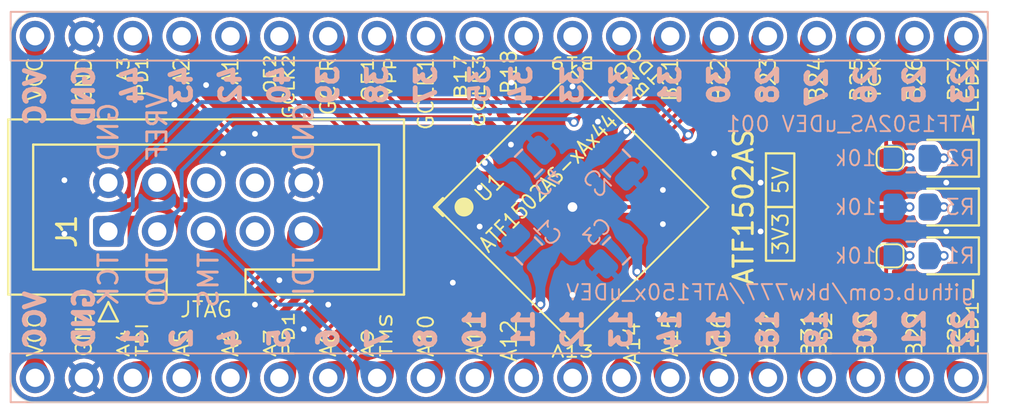
<source format=kicad_pcb>
(kicad_pcb (version 20240108) (generator "pcbnew") (generator_version "8.0")
  (title_block (title "ATF1502AS_uDEV") (date "2024-06-01") (rev "001") (company "Brian K. White") (comment 1 "CC-BY-SA") (comment 2 "github.com/bkw777/ATF150x_uDEV"))
  (layers (0 "F.Cu" signal) (31 "B.Cu" signal) (34 "B.Paste" user) (35 "F.Paste" user) (36 "B.SilkS" user "B.Silkscreen") (37 "F.SilkS" user "F.Silkscreen") (38 "B.Mask" user) (39 "F.Mask" user) (44 "Edge.Cuts" user))
  (net 0 "")
  (net 1 "GND")
  (net 2 "VCC")
  (net 6 "Net-(JP1-B)")
  (net 7 "Net-(JP2-B)")
  (net 8 "/B21")
  (net 9 "/B30")
  (net 10 "/A13")
  (net 11 "/A10")
  (net 12 "/B24")
  (net 13 "/A1")
  (net 14 "/A5")
  (net 15 "/A9{slash}TMS")
  (net 16 "/B28{slash}LED1")
  (net 17 "/B29")
  (net 18 "/A12")
  (net 19 "/A8")
  (net 20 "/A3{slash}PD1")
  (net 21 "/A4{slash}TDI")
  (net 22 "/B19")
  (net 23 "/B32")
  (net 24 "/B31{slash}PD2")
  (net 25 "/OE1{slash}Vpp")
  (net 26 "/GCLK1")
  (net 27 "/GCLR")
  (net 28 "/A16")
  (net 29 "/A6")
  (net 30 "/A7{slash}PD1")
  (net 31 "/A11")
  (net 32 "/OE2{slash}GCLK2")
  (net 33 "/A15")
  (net 34 "/B20{slash}TDO")
  (net 35 "/B25{slash}TCK")
  (net 36 "/B22")
  (net 37 "/A14")
  (net 38 "/B18")
  (net 39 "/B27{slash}LED2")
  (net 40 "/B23")
  (net 41 "/B17{slash}GCLK3")
  (net 42 "/B26")
  (net 43 "/A2")
  (net 44 "Net-(LED1-A)")
  (net 45 "Net-(LED2-A)")
  (net 46 "Net-(LED3-A)")
  (footprint "000_LOCAL:IDC-Header_2x05_P2.54mm_Vertical" (layer "F.Cu") (at 120.650003 101.599999 90)
    (property "Reference" "J1" (at 0 -2.159001 90) (layer "F.SilkS"))
    (property "Value" "Conn_02x05_Odd_Even")
    (pad "1" thru_hole roundrect (at 0 0 90) (size 1.6 1.6) (drill 0.95) (layers "*.Cu" "*.Mask") (roundrect_rratio 0.15625) (net 35 "/B25{slash}TCK"))
    (pad "2" thru_hole circle (at 2.54 0 90) (size 1.6 1.6) (drill 0.95) (layers "*.Cu" "*.Mask") (net 1 "GND"))
    (pad "3" thru_hole circle (at 0 2.54 90) (size 1.6 1.6) (drill 0.95) (layers "*.Cu" "*.Mask") (net 34 "/B20{slash}TDO"))
    (pad "4" thru_hole circle (at 2.54 2.54 90) (size 1.6 1.6) (drill 0.95) (layers "*.Cu" "*.Mask") (net 2 "VCC"))
    (pad "5" thru_hole circle (at 0 5.079999 90) (size 1.6 1.6) (drill 0.95) (layers "*.Cu" "*.Mask") (net 15 "/A9{slash}TMS"))
    (pad "6" thru_hole circle (at 2.54 5.08 90) (size 1.6 1.6) (drill 0.95) (layers "*.Cu" "*.Mask"))
    (pad "7" thru_hole circle (at 0 7.62 90) (size 1.6 1.6) (drill 0.95) (layers "*.Cu" "*.Mask"))
    (pad "8" thru_hole circle (at 2.54 7.62 90) (size 1.6 1.6) (drill 0.95) (layers "*.Cu" "*.Mask"))
    (pad "9" thru_hole circle (at 0 10.16 90) (size 1.6 1.6) (drill 0.95) (layers "*.Cu" "*.Mask") (net 21 "/A4{slash}TDI"))
    (pad "10" thru_hole circle (at 2.54 10.16 90) (size 1.6 1.6) (drill 0.95) (layers "*.Cu" "*.Mask") (net 1 "GND"))
  )
  (footprint "000_LOCAL:LED_0805" (layer "F.Cu") (at 164.225002 97.789999 180)
    (property "Reference" "LED2" (hide yes))
    (property "Value" "GRN" (hide yes))
    (pad "1" smd roundrect (at -0.937501 0 180) (size 0.975 1.4) (layers "F.Cu" "F.Paste" "F.Mask") (net 1 "GND"))
    (pad "2" smd roundrect (at 0.937501 0 180) (size 0.975 1.4) (layers "F.Cu" "F.Paste" "F.Mask") (net 45 "Net-(LED2-A)"))
  )
  (footprint "000_LOCAL:LED_0805" (layer "F.Cu") (at 164.225001 100.329999 180)
    (property "Reference" "LED3" (hide yes))
    (property "Value" "POWER" (hide yes))
    (pad "1" smd roundrect (at -0.937501 0 180) (size 0.975 1.4) (layers "F.Cu" "F.Paste" "F.Mask") (net 1 "GND"))
    (pad "2" smd roundrect (at 0.937501 0 180) (size 0.975 1.4) (layers "F.Cu" "F.Paste" "F.Mask") (net 46 "Net-(LED3-A)"))
  )
  (footprint "000_LOCAL:VQFP44" (layer "F.Cu") (at 144.780003 100.329999 45)
    (property "Reference" "U1" (at -2.334867 -3.771708 45) (layer "F.SilkS") (effects (font (size 0.8 0.8) (thickness 0.1))))
    (property "Value" "ATF1502AS-xAx44" (at 0 -1.778 45) (layer "F.SilkS") (effects (font (size 0.8 0.7) (thickness 0.1))))
    (pad "1" smd roundrect (at -5.75 -4 135) (size 0.4572 0.8636) (layers "F.Cu" "F.Paste" "F.Mask") (net 21 "/A4{slash}TDI"))
    (pad "2" smd roundrect (at -5.75 -3.2 135) (size 0.4572 0.8636) (layers "F.Cu" "F.Paste" "F.Mask") (net 14 "/A5"))
    (pad "3" smd roundrect (at -5.75 -2.4 135) (size 0.4572 0.8636) (layers "F.Cu" "F.Paste" "F.Mask") (net 29 "/A6"))
    (pad "4" smd roundrect (at -5.75 -1.6 135) (size 0.4572 0.8636) (layers "F.Cu" "F.Paste" "F.Mask") (net 1 "GND"))
    (pad "5" smd roundrect (at -5.75 -0.799999 135) (size 0.4572 0.8636) (layers "F.Cu" "F.Paste" "F.Mask") (net 30 "/A7{slash}PD1"))
    (pad "6" smd roundrect (at -5.75 0 135) (size 0.4572 0.8636) (layers "F.Cu" "F.Paste" "F.Mask") (net 19 "/A8"))
    (pad "7" smd roundrect (at -5.75 0.799999 135) (size 0.4572 0.8636) (layers "F.Cu" "F.Paste" "F.Mask") (net 15 "/A9{slash}TMS"))
    (pad "8" smd roundrect (at -5.75 1.6 135) (size 0.4572 0.8636) (layers "F.Cu" "F.Paste" "F.Mask") (net 11 "/A10"))
    (pad "9" smd roundrect (at -5.75 2.4 135) (size 0.4572 0.8636) (layers "F.Cu" "F.Paste" "F.Mask") (net 2 "VCC"))
    (pad "10" smd roundrect (at -5.75 3.2 135) (size 0.4572 0.8636) (layers "F.Cu" "F.Paste" "F.Mask") (net 31 "/A11"))
    (pad "11" smd roundrect (at -5.75 4 135) (size 0.4572 0.8636) (layers "F.Cu" "F.Paste" "F.Mask") (net 18 "/A12"))
    (pad "12" smd roundrect (at -4 5.75 45) (size 0.4572 0.8636) (layers "F.Cu" "F.Paste" "F.Mask") (net 10 "/A13"))
    (pad "13" smd roundrect (at -3.2 5.75 45) (size 0.4572 0.8636) (layers "F.Cu" "F.Paste" "F.Mask") (net 37 "/A14"))
    (pad "14" smd roundrect (at -2.4 5.75 45) (size 0.4572 0.8636) (layers "F.Cu" "F.Paste" "F.Mask") (net 33 "/A15"))
    (pad "15" smd roundrect (at -1.6 5.75 45) (size 0.4572 0.8636) (layers "F.Cu" "F.Paste" "F.Mask") (net 28 "/A16"))
    (pad "16" smd roundrect (at -0.799999 5.75 45) (size 0.4572 0.8636) (layers "F.Cu" "F.Paste" "F.Mask") (net 1 "GND"))
    (pad "17" smd roundrect (at 0 5.75 45) (size 0.4572 0.8636) (layers "F.Cu" "F.Paste" "F.Mask") (net 2 "VCC"))
    (pad "18" smd roundrect (at 0.799999 5.75 45) (size 0.4572 0.8636) (layers "F.Cu" "F.Paste" "F.Mask") (net 23 "/B32"))
    (pad "19" smd roundrect (at 1.6 5.75 45) (size 0.4572 0.8636) (layers "F.Cu" "F.Paste" "F.Mask") (net 24 "/B31{slash}PD2"))
    (pad "20" smd roundrect (at 2.4 5.75 45) (size 0.4572 0.8636) (layers "F.Cu" "F.Paste" "F.Mask") (net 9 "/B30"))
    (pad "21" smd roundrect (at 3.2 5.75 45) (size 0.4572 0.8636) (layers "F.Cu" "F.Paste" "F.Mask") (net 17 "/B29"))
    (pad "22" smd roundrect (at 4 5.75 45) (size 0.4572 0.8636) (layers "F.Cu" "F.Paste" "F.Mask") (net 16 "/B28{slash}LED1"))
    (pad "23" smd roundrect (at 5.75 4 135) (size 0.4572 0.8636) (layers "F.Cu" "F.Paste" "F.Mask") (net 39 "/B27{slash}LED2"))
    (pad "24" smd roundrect (at 5.75 3.2 135) (size 0.4572 0.8636) (layers "F.Cu" "F.Paste" "F.Mask") (net 1 "GND"))
    (pad "25" smd roundrect (at 5.75 2.4 135) (size 0.4572 0.8636) (layers "F.Cu" "F.Paste" "F.Mask") (net 42 "/B26"))
    (pad "26" smd roundrect (at 5.75 1.6 135) (size 0.4572 0.8636) (layers "F.Cu" "F.Paste" "F.Mask") (net 35 "/B25{slash}TCK"))
    (pad "27" smd roundrect (at 5.75 0.799999 135) (size 0.4572 0.8636) (layers "F.Cu" "F.Paste" "F.Mask") (net 12 "/B24"))
    (pad "28" smd roundrect (at 5.75 0 135) (size 0.4572 0.8636) (layers "F.Cu" "F.Paste" "F.Mask") (net 40 "/B23"))
    (pad "29" smd roundrect (at 5.75 -0.799999 135) (size 0.4572 0.8636) (layers "F.Cu" "F.Paste" "F.Mask") (net 2 "VCC"))
    (pad "30" smd roundrect (at 5.75 -1.6 135) (size 0.4572 0.8636) (layers "F.Cu" "F.Paste" "F.Mask") (net 36 "/B22"))
    (pad "31" smd roundrect (at 5.75 -2.4 135) (size 0.4572 0.8636) (layers "F.Cu" "F.Paste" "F.Mask") (net 8 "/B21"))
    (pad "32" smd roundrect (at 5.75 -3.2 135) (size 0.4572 0.8636) (layers "F.Cu" "F.Paste" "F.Mask") (net 34 "/B20{slash}TDO"))
    (pad "33" smd roundrect (at 5.75 -4 135) (size 0.4572 0.8636) (layers "F.Cu" "F.Paste" "F.Mask") (net 22 "/B19"))
    (pad "34" smd roundrect (at 4 -5.75 45) (size 0.4572 0.8636) (layers "F.Cu" "F.Paste" "F.Mask") (net 38 "/B18"))
    (pad "35" smd roundrect (at 3.2 -5.75 45) (size 0.4572 0.8636) (layers "F.Cu" "F.Paste" "F.Mask") (net 41 "/B17{slash}GCLK3"))
    (pad "36" smd roundrect (at 2.4 -5.75 45) (size 0.4572 0.8636) (layers "F.Cu" "F.Paste" "F.Mask") (net 1 "GND"))
    (pad "37" smd roundrect (at 1.6 -5.75 45) (size 0.4572 0.8636) (layers "F.Cu" "F.Paste" "F.Mask") (net 26 "/GCLK1"))
    (pad "38" smd roundrect (at 0.799999 -5.75 45) (size 0.4572 0.8636) (layers "F.Cu" "F.Paste" "F.Mask") (net 25 "/OE1{slash}Vpp"))
    (pad "39" smd roundrect (at 0 -5.75 45) (size 0.4572 0.8636) (layers "F.Cu" "F.Paste" "F.Mask") (net 27 "/GCLR"))
    (pad "40" smd roundrect (at -0.799999 -5.75 45) (size 0.4572 0.8636) (layers "F.Cu" "F.Paste" "F.Mask") (net 32 "/OE2{slash}GCLK2"))
    (pad "41" smd roundrect (at -1.6 -5.75 45) (size 0.4572 0.8636) (layers "F.Cu" "F.Paste" "F.Mask") (net 2 "VCC"))
    (pad "42" smd roundrect (at -2.4 -5.75 45) (size 0.4572 0.8636) (layers "F.Cu" "F.Paste" "F.Mask") (net 13 "/A1"))
    (pad "43" smd roundrect (at -3.2 -5.75 45) (size 0.4572 0.8636) (layers "F.Cu" "F.Paste" "F.Mask") (net 43 "/A2"))
    (pad "44" smd roundrect (at -4 -5.75 45) (size 0.4572 0.8636) (layers "F.Cu" "F.Paste" "F.Mask") (net 20 "/A3{slash}PD1"))
  )
  (footprint "000_LOCAL:SolderJumper_1mm_2p_open" (layer "F.Cu") (at 161.290003 102.869999)
    (property "Reference" "JP1" (hide yes))
    (property "Value" "DNP")
    (pad "1" smd custom (at -0.349999 0) (size 0.5 0.5) (layers "F.Cu" "F.Mask") (net 16 "/B28{slash}LED1") (options (clearance outline) (anchor rect)) (primitives (gr_circle (center 0 0.25) (end 0.25 0.25) (width 0) (fill yes)) (gr_circle (center 0 -0.25) (end 0.25 -0.25) (width 0) (fill yes)) (gr_poly (pts (xy 0.25 0.5) (xy 0 0.5) (xy 0 -0.5) (xy 0.25 -0.5)) (width 0) (fill yes))))
    (pad "2" smd custom (at 0.349999 0 180) (size 0.5 0.5) (layers "F.Cu" "F.Mask") (net 6 "Net-(JP1-B)") (options (clearance outline) (anchor rect)) (primitives (gr_circle (center 0 0.25) (end 0.25 0.25) (width 0) (fill yes)) (gr_circle (center 0 -0.25) (end 0.25 -0.25) (width 0) (fill yes)) (gr_poly (pts (xy 0.25 0.5) (xy 0 0.5) (xy 0 -0.5) (xy 0.25 -0.5)) (width 0) (fill yes))))
  )
  (footprint "000_LOCAL:SolderJumper_1mm_2p_open" (layer "F.Cu") (at 161.29 97.79)
    (property "Reference" "JP2" (hide yes))
    (property "Value" "DNP")
    (pad "1" smd custom (at -0.349999 0) (size 0.5 0.5) (layers "F.Cu" "F.Mask") (net 39 "/B27{slash}LED2") (options (clearance outline) (anchor rect)) (primitives (gr_circle (center 0 0.25) (end 0.25 0.25) (width 0) (fill yes)) (gr_circle (center 0 -0.25) (end 0.25 -0.25) (width 0) (fill yes)) (gr_poly (pts (xy 0.25 0.5) (xy 0 0.5) (xy 0 -0.5) (xy 0.25 -0.5)) (width 0) (fill yes))))
    (pad "2" smd custom (at 0.349999 0 180) (size 0.5 0.5) (layers "F.Cu" "F.Mask") (net 7 "Net-(JP2-B)") (options (clearance outline) (anchor rect)) (primitives (gr_circle (center 0 0.25) (end 0.25 0.25) (width 0) (fill yes)) (gr_circle (center 0 -0.25) (end 0.25 -0.25) (width 0) (fill yes)) (gr_poly (pts (xy 0.25 0.5) (xy 0 0.5) (xy 0 -0.5) (xy 0.25 -0.5)) (width 0) (fill yes))))
  )
  (footprint "000_LOCAL:LED_0805" (layer "F.Cu") (at 164.225001 102.869999 180)
    (property "Reference" "LED1" (hide yes))
    (property "Value" "GRN" (hide yes))
    (pad "1" smd roundrect (at -0.937501 0 180) (size 0.975 1.4) (layers "F.Cu" "F.Paste" "F.Mask") (net 1 "GND"))
    (pad "2" smd roundrect (at 0.937501 0 180) (size 0.975 1.4) (layers "F.Cu" "F.Paste" "F.Mask") (net 44 "Net-(LED1-A)"))
  )
  (footprint "000_LOCAL:PinHeader_1x20_P2.54mm_Vertical" (layer "B.Cu") (at 116.840003 91.439999 -90)
    (property "Reference" "J3" (hide yes))
    (property "Value" "VERT")
    (pad "1" thru_hole circle (at 0 0 270) (size 1.6 1.6) (drill 0.95) (layers "*.Cu" "*.Mask") (net 2 "VCC"))
    (pad "2" thru_hole circle (at 0 -2.54 270) (size 1.6 1.6) (drill 0.95) (layers "*.Cu" "*.Mask") (net 1 "GND"))
    (pad "3" thru_hole circle (at 0 -5.08 270) (size 1.6 1.6) (drill 0.95) (layers "*.Cu" "*.Mask") (net 20 "/A3{slash}PD1"))
    (pad "4" thru_hole circle (at 0 -7.62 270) (size 1.6 1.6) (drill 0.95) (layers "*.Cu" "*.Mask") (net 43 "/A2"))
    (pad "5" thru_hole circle (at 0 -10.16 270) (size 1.6 1.6) (drill 0.95) (layers "*.Cu" "*.Mask") (net 13 "/A1"))
    (pad "6" thru_hole circle (at 0 -12.7 270) (size 1.6 1.6) (drill 0.95) (layers "*.Cu" "*.Mask") (net 32 "/OE2{slash}GCLK2"))
    (pad "7" thru_hole circle (at 0 -15.24 270) (size 1.6 1.6) (drill 0.95) (layers "*.Cu" "*.Mask") (net 27 "/GCLR"))
    (pad "8" thru_hole circle (at 0 -17.78 270) (size 1.6 1.6) (drill 0.95) (layers "*.Cu" "*.Mask") (net 25 "/OE1{slash}Vpp"))
    (pad "9" thru_hole circle (at 0 -20.32 270) (size 1.6 1.6) (drill 0.95) (layers "*.Cu" "*.Mask") (net 26 "/GCLK1"))
    (pad "10" thru_hole circle (at 0 -22.86 270) (size 1.6 1.6) (drill 0.95) (layers "*.Cu" "*.Mask") (net 41 "/B17{slash}GCLK3"))
    (pad "11" thru_hole circle (at 0 -25.4 270) (size 1.6 1.6) (drill 0.95) (layers "*.Cu" "*.Mask") (net 38 "/B18"))
    (pad "12" thru_hole circle (at 0 -27.94 270) (size 1.6 1.6) (drill 0.95) (layers "*.Cu" "*.Mask") (net 22 "/B19"))
    (pad "13" thru_hole circle (at 0 -30.48 270) (size 1.6 1.6) (drill 0.95) (layers "*.Cu" "*.Mask") (net 34 "/B20{slash}TDO"))
    (pad "14" thru_hole circle (at 0 -33.02 270) (size 1.6 1.6) (drill 0.95) (layers "*.Cu" "*.Mask") (net 8 "/B21"))
    (pad "15" thru_hole circle (at 0 -35.56 270) (size 1.6 1.6) (drill 0.95) (layers "*.Cu" "*.Mask") (net 36 "/B22"))
    (pad "16" thru_hole circle (at 0 -38.1 270) (size 1.6 1.6) (drill 0.95) (layers "*.Cu" "*.Mask") (net 40 "/B23"))
    (pad "17" thru_hole circle (at 0 -40.64 270) (size 1.6 1.6) (drill 0.95) (layers "*.Cu" "*.Mask") (net 12 "/B24"))
    (pad "18" thru_hole circle (at 0 -43.18 270) (size 1.6 1.6) (drill 0.95) (layers "*.Cu" "*.Mask") (net 35 "/B25{slash}TCK"))
    (pad "19" thru_hole circle (at 0 -45.72 270) (size 1.6 1.6) (drill 0.95) (layers "*.Cu" "*.Mask") (net 42 "/B26"))
    (pad "20" thru_hole circle (at 0 -48.26 270) (size 1.6 1.6) (drill 0.95) (layers "*.Cu" "*.Mask") (net 39 "/B27{slash}LED2"))
  )
  (footprint "000_LOCAL:C_0805" (layer "B.Cu") (at 147.066003 98.043999 -45)
    (property "Reference" "C2" (at 0 1.397 135) (layer "B.SilkS") (effects (font (size 0.8 0.8) (thickness 0.1)) (justify mirror)))
    (property "Value" "1u" (hide yes))
    (pad "1" smd roundrect (at -0.949999 0 315) (size 1 1.45) (layers "B.Cu" "B.Paste" "B.Mask") (net 2 "VCC"))
    (pad "2" smd roundrect (at 0.949999 0 315) (size 1 1.45) (layers "B.Cu" "B.Paste" "B.Mask") (net 1 "GND"))
  )
  (footprint "000_LOCAL:C_0805" (layer "B.Cu") (at 147.066003 102.615999 -135)
    (property "Reference" "C3" (at 0 1.397 45) (layer "B.SilkS") (effects (font (size 0.8 0.8) (thickness 0.1)) (justify mirror)))
    (property "Value" "1u" (hide yes))
    (pad "1" smd roundrect (at -0.949999 0 225) (size 1 1.45) (layers "B.Cu" "B.Paste" "B.Mask") (net 2 "VCC"))
    (pad "2" smd roundrect (at 0.949999 0 225) (size 1 1.45) (layers "B.Cu" "B.Paste" "B.Mask") (net 1 "GND"))
  )
  (footprint "000_LOCAL:PinHeader_1x20_P2.54mm_Vertical" (layer "B.Cu") (at 116.840001 109.219999 -90)
    (property "Reference" "J2" (hide yes))
    (property "Value" "VERT")
    (pad "1" thru_hole circle (at 0 0 270) (size 1.6 1.6) (drill 0.95) (layers "*.Cu" "*.Mask") (net 2 "VCC"))
    (pad "2" thru_hole circle (at 0 -2.54 270) (size 1.6 1.6) (drill 0.95) (layers "*.Cu" "*.Mask") (net 1 "GND"))
    (pad "3" thru_hole circle (at 0 -5.08 270) (size 1.6 1.6) (drill 0.95) (layers "*.Cu" "*.Mask") (net 21 "/A4{slash}TDI"))
    (pad "4" thru_hole circle (at 0 -7.62 270) (size 1.6 1.6) (drill 0.95) (layers "*.Cu" "*.Mask") (net 14 "/A5"))
    (pad "5" thru_hole circle (at 0 -10.16 270) (size 1.6 1.6) (drill 0.95) (layers "*.Cu" "*.Mask") (net 29 "/A6"))
    (pad "6" thru_hole circle (at 0 -12.7 270) (size 1.6 1.6) (drill 0.95) (layers "*.Cu" "*.Mask") (net 30 "/A7{slash}PD1"))
    (pad "7" thru_hole circle (at 0 -15.24 270) (size 1.6 1.6) (drill 0.95) (layers "*.Cu" "*.Mask") (net 19 "/A8"))
    (pad "8" thru_hole circle (at 0 -17.78 270) (size 1.6 1.6) (drill 0.95) (layers "*.Cu" "*.Mask") (net 15 "/A9{slash}TMS"))
    (pad "9" thru_hole circle (at 0 -20.32 270) (size 1.6 1.6) (drill 0.95) (layers "*.Cu" "*.Mask") (net 11 "/A10"))
    (pad "10" thru_hole circle (at 0 -22.86 270) (size 1.6 1.6) (drill 0.95) (layers "*.Cu" "*.Mask") (net 31 "/A11"))
    (pad "11" thru_hole circle (at 0 -25.4 270) (size 1.6 1.6) (drill 0.95) (layers "*.Cu" "*.Mask") (net 18 "/A12"))
    (pad "12" thru_hole circle (at 0 -27.94 270) (size 1.6 1.6) (drill 0.95) (layers "*.Cu" "*.Mask") (net 10 "/A13"))
    (pad "13" thru_hole circle (at 0 -30.48 270) (size 1.6 1.6) (drill 0.95) (layers "*.Cu" "*.Mask") (net 37 "/A14"))
    (pad "14" thru_hole circle (at 0 -33.02 270) (size 1.6 1.6) (drill 0.95) (layers "*.Cu" "*.Mask") (net 33 "/A15"))
    (pad "15" thru_hole circle (at 0 -35.56 270) (size 1.6 1.6) (drill 0.95) (layers "*.Cu" "*.Mask") (net 28 "/A16"))
    (pad "16" thru_hole circle (at 0 -38.1 270) (size 1.6 1.6) (drill 0.95) (layers "*.Cu" "*.Mask") (net 23 "/B32"))
    (pad "17" thru_hole circle (at 0 -40.64 270) (size 1.6 1.6) (drill 0.95) (layers "*.Cu" "*.Mask") (net 24 "/B31{slash}PD2"))
    (pad "18" thru_hole circle (at 0 -43.18 270) (size 1.6 1.6) (drill 0.95) (layers "*.Cu" "*.Mask") (net 9 "/B30"))
    (pad "19" thru_hole circle (at 0 -45.72 270) (size 1.6 1.6) (drill 0.95) (layers "*.Cu" "*.Mask") (net 17 "/B29"))
    (pad "20" thru_hole circle (at 0 -48.26 270) (size 1.6 1.6) (drill 0.95) (layers "*.Cu" "*.Mask") (net 16 "/B28{slash}LED1"))
  )
  (footprint "000_LOCAL:R_0805" (layer "B.Cu") (at 162.375 102.869999)
    (property "Reference" "R1" (at 1.709003 0 0) (layer "B.SilkS") (effects (font (size 0.8 0.8) (thickness 0.1)) (justify right mirror)))
    (property "Value" "10k" (at -1.719997 0 0) (layer "B.SilkS") (effects (font (size 0.8 0.8) (thickness 0.1)) (justify left mirror)))
    (pad "1" smd roundrect (at -0.9125 0) (size 1.025 1.4) (layers "B.Cu" "B.Paste" "B.Mask") (roundrect_rratio 0.243902) (net 6 "Net-(JP1-B)"))
    (pad "2" smd roundrect (at 0.9125 0) (size 1.025 1.4) (layers "B.Cu" "B.Paste" "B.Mask") (roundrect_rratio 0.243902) (net 44 "Net-(LED1-A)"))
  )
  (footprint "000_LOCAL:C_0805" (layer "B.Cu") (at 142.494002 98.043999 45)
    (property "Reference" "C4" (at 0 1.397 -135) (layer "B.SilkS") (effects (font (size 0.8 0.8) (thickness 0.1)) (justify mirror)))
    (property "Value" "1u" (hide yes))
    (pad "1" smd roundrect (at -0.949999 0 45) (size 1 1.45) (layers "B.Cu" "B.Paste" "B.Mask") (net 2 "VCC"))
    (pad "2" smd roundrect (at 0.949999 0 45) (size 1 1.45) (layers "B.Cu" "B.Paste" "B.Mask") (net 1 "GND"))
  )
  (footprint "000_LOCAL:R_0805" (layer "B.Cu") (at 162.374998 97.789999)
    (property "Reference" "R2" (at 1.709005 0 0) (layer "B.SilkS") (effects (font (size 0.8 0.8) (thickness 0.1)) (justify right mirror)))
    (property "Value" "10k" (at -1.719995 0 0) (layer "B.SilkS") (effects (font (size 0.8 0.8) (thickness 0.1)) (justify left mirror)))
    (pad "1" smd roundrect (at -0.9125 0) (size 1.025 1.4) (layers "B.Cu" "B.Paste" "B.Mask") (roundrect_rratio 0.243902) (net 7 "Net-(JP2-B)"))
    (pad "2" smd roundrect (at 0.9125 0) (size 1.025 1.4) (layers "B.Cu" "B.Paste" "B.Mask") (roundrect_rratio 0.243902) (net 45 "Net-(LED2-A)"))
  )
  (footprint "000_LOCAL:R_0805" (layer "B.Cu") (at 162.375 100.329999)
    (property "Reference" "R3" (at 1.709003 0 0) (layer "B.SilkS") (effects (font (size 0.8 0.8) (thickness 0.1)) (justify right mirror)))
    (property "Value" "10k" (at -1.719997 0 0) (layer "B.SilkS") (effects (font (size 0.8 0.8) (thickness 0.1)) (justify left mirror)))
    (pad "1" smd roundrect (at -0.9125 0) (size 1.025 1.4) (layers "B.Cu" "B.Paste" "B.Mask") (roundrect_rratio 0.243902) (net 2 "VCC"))
    (pad "2" smd roundrect (at 0.9125 0) (size 1.025 1.4) (layers "B.Cu" "B.Paste" "B.Mask") (roundrect_rratio 0.243902) (net 46 "Net-(LED3-A)"))
  )
  (footprint "000_LOCAL:C_0805" (layer "B.Cu") (at 142.494003 102.615999 135)
    (property "Reference" "C1" (at 0 1.397 -45) (layer "B.SilkS") (effects (font (size 0.8 0.8) (thickness 0.1)) (justify mirror)))
    (property "Value" "1u" (hide yes))
    (pad "1" smd roundrect (at -0.949999 0 135) (size 1 1.45) (layers "B.Cu" "B.Paste" "B.Mask") (net 2 "VCC"))
    (pad "2" smd roundrect (at 0.949999 0 135) (size 1 1.45) (layers "B.Cu" "B.Paste" "B.Mask") (net 1 "GND"))
  )
  (gr_poly (pts (xy 144.769877 102.87) (xy 142.239999 100.329999) (xy 144.769878 97.79) (xy 147.319998 100.33)) (stroke (width 0.6)) (fill solid) (layer "B.Cu") (net 2))
  (gr_line (start 165.608 95.631) (end 165.608 96.52) (stroke (width 0.12)) (layer "F.SilkS"))
  (gr_line (start 165.607998 105.029) (end 165.607998 104.14) (stroke (width 0.12)) (layer "F.SilkS"))
  (gr_rect (start 154.8384 100.33) (end 156.3116 103.124) (stroke (width 0.12)) (fill none) (layer "F.SilkS"))
  (gr_rect (start 154.8384 97.536) (end 156.3116 100.33) (stroke (width 0.12)) (fill none) (layer "F.SilkS"))
  (gr_arc (start 166.370001 109.22) (mid 165.998026 110.118027) (end 165.099998 110.490001) (stroke (width 0.05)) (layer "Edge.Cuts"))
  (gr_line (start 115.569999 109.22) (end 115.569999 91.440001) (stroke (width 0.05)) (layer "Edge.Cuts"))
  (gr_line (start 116.84 90.169999) (end 165.099998 90.169999) (stroke (width 0.05)) (layer "Edge.Cuts"))
  (gr_arc (start 165.099998 90.169999) (mid 165.998024 90.541974) (end 166.369999 91.440001) (stroke (width 0.05)) (layer "Edge.Cuts"))
  (gr_line (start 166.369999 91.440001) (end 166.369999 109.22) (stroke (width 0.05)) (layer "Edge.Cuts"))
  (gr_arc (start 115.569999 91.439999) (mid 115.941973 90.541974) (end 116.839998 90.169999) (stroke (width 0.05)) (layer "Edge.Cuts"))
  (gr_line (start 165.099999 110.49) (end 116.839999 110.49) (stroke (width 0.05)) (layer "Edge.Cuts"))
  (gr_arc (start 116.84 110.490001) (mid 115.941972 110.118027) (end 115.569999 109.22) (stroke (width 0.05)) (layer "Edge.Cuts"))
  (gr_text "GND" (at 119.379998 107.822999 90) (layer "B.SilkS") (effects (font (size 1.016 1.016) (thickness 0.254)) (justify right mirror)))
  (gr_text "10" (at 139.7 107.822999 90) (layer "B.SilkS") (effects (font (size 1.016 1.016) (thickness 0.254)) (justify right mirror)))
  (gr_text "1" (at 121.92 107.823 90) (layer "B.SilkS") (effects (font (size 1.016 1.016) (thickness 0.254)) (justify right mirror)))
  (gr_text "22" (at 165.099998 107.822999 90) (layer "B.SilkS") (effects (font (size 1.016 1.016) (thickness 0.254)) (justify right mirror)))
  (gr_text "7" (at 134.62 107.823 90) (layer "B.SilkS") (effects (font (size 1.016 1.016) (thickness 0.254)) (justify right mirror)))
  (gr_text "14" (at 149.859998 107.823 90) (layer "B.SilkS") (effects (font (size 1.016 1.016) (thickness 0.254)) (justify right mirror)))
  (gr_text "13" (at 147.319998 107.823 90) (layer "B.SilkS") (effects (font (size 1.016 1.016) (thickness 0.254)) (justify right mirror)))
  (gr_text "12" (at 144.78 107.823 90) (layer "B.SilkS") (effects (font (size 1.016 1.016) (thickness 0.254)) (justify right mirror)))
  (gr_text "2" (at 124.46 107.823 90) (layer "B.SilkS") (effects (font (size 1.016 1.016) (thickness 0.254)) (justify right mirror)))
  (gr_text "5" (at 129.54 107.822999 90) (layer "B.SilkS") (effects (font (size 1.016 1.016) (thickness 0.254)) (justify right mirror)))
  (gr_text "8" (at 137.159998 107.823 90) (layer "B.SilkS") (effects (font (size 1.016 1.016) (thickness 0.254)) (justify right mirror)))
  (gr_text "18" (at 154.94 107.823 90) (layer "B.SilkS") (effects (font (size 1.016 1.016) (thickness 0.254)) (justify right mirror)))
  (gr_text "6" (at 132.08 107.823 90) (layer "B.SilkS") (effects (font (size 1.016 1.016) (thickness 0.254)) (justify right mirror)))
  (gr_text "19" (at 157.48 107.823 90) (layer "B.SilkS") (effects (font (size 1.016 1.016) (thickness 0.254)) (justify right mirror)))
  (gr_text "21" (at 162.56 107.822999 90) (layer "B.SilkS") (effects (font (size 1.016 1.016) (thickness 0.254)) (justify right mirror)))
  (gr_text "20" (at 160.019998 107.823 90) (layer "B.SilkS") (effects (font (size 1.016 1.016) (thickness 0.254)) (justify right mirror)))
  (gr_text "VCC" (at 116.84 107.822999 90) (layer "B.SilkS") (effects (font (size 1.016 1.016) (thickness 0.254)) (justify right mirror)))
  (gr_text "11" (at 142.239998 107.822999 90) (layer "B.SilkS") (effects (font (size 1.016 1.016) (thickness 0.254)) (justify right mirror)))
  (gr_text "15" (at 152.4 107.822999 90) (layer "B.SilkS") (effects (font (size 1.016 1.016) (thickness 0.254)) (justify right mirror)))
  (gr_text "43" (at 124.46 92.837 90) (layer "B.SilkS") (effects (font (size 1.016 1.016) (thickness 0.254)) (justify left mirror)))
  (gr_text "31" (at 149.859999 92.837 90) (layer "B.SilkS") (effects (font (size 1.016 1.016) (thickness 0.254)) (justify left mirror)))
  (gr_text "33" (at 144.779998 92.837 90) (layer "B.SilkS") (effects (font (size 1.016 1.016) (thickness 0.254)) (justify left mirror)))
  (gr_text "28" (at 154.939999 92.837 90) (layer "B.SilkS") (effects (font (size 1.016 1.016) (thickness 0.254)) (justify left mirror)))
  (gr_text "26" (at 160.019999 92.837 90) (layer "B.SilkS") (effects (font (size 1.016 1.016) (thickness 0.254)) (justify left mirror)))
  (gr_text "VCC" (at 116.84 92.964 90) (layer "B.SilkS") (effects (font (size 1.016 1.016) (thickness 0.254)) (justify left mirror)))
  (gr_text "GND" (at 119.379999 92.837 90) (layer "B.SilkS") (effects (font (size 1.016 1.016) (thickness 0.254)) (justify left mirror)))
  (gr_text "32" (at 147.319998 92.837 90) (layer "B.SilkS") (effects (font (size 1.016 1.016) (thickness 0.254)) (justify left mirror)))
  (gr_text "42" (at 126.999999 92.837 90) (layer "B.SilkS") (effects (font (size 1.016 1.016) (thickness 0.254)) (justify left mirror)))
  (gr_text "44" (at 121.919998 92.837001 90) (layer "B.SilkS") (effects (font (size 1.016 1.016) (thickness 0.254)) (justify left mirror)))
  (gr_text "27" (at 157.479999 92.964 90) (layer "B.SilkS") (effects (font (size 1.016 1.016) (thickness 0.254)) (justify left mirror)))
  (gr_text "30" (at 152.4 92.837 90) (layer "B.SilkS") (effects (font (size 1.016 1.016) (thickness 0.254)) (justify left mirror)))
  (gr_text "35" (at 139.954 92.837 90) (layer "B.SilkS") (effects (font (size 1.016 1.016) (thickness 0.2) (bold yes)) (justify left mirror)))
  (gr_text "34" (at 142.113 92.837 90) (layer "B.SilkS") (effects (font (size 1.016 1.016) (thickness 0.254)) (justify left mirror)))
  (gr_text "25" (at 162.559999 92.837 90) (layer "B.SilkS") (effects (font (size 1.016 1.016) (thickness 0.254)) (justify left mirror)))
  (gr_text "23" (at 165.099999 92.837 90) (layer "B.SilkS") (effects (font (size 1.016 1.016) (thickness 0.254)) (justify left mirror)))
  (gr_text "38" (at 134.62 92.837 90) (layer "B.SilkS") (effects (font (size 1.016 1.016) (thickness 0.254)) (justify left mirror)))
  (gr_text "40" (at 129.54 92.837 90) (layer "B.SilkS") (effects (font (size 1.016 1.016) (thickness 0.254)) (justify left mirror)))
  (gr_text "37" (at 137.159999 92.837 90) (layer "B.SilkS") (effects (font (size 1.016 1.016) (thickness 0.254)) (justify left mirror)))
  (gr_text "39" (at 132.079999 92.837 90) (layer "B.SilkS") (effects (font (size 1.016 1.016) (thickness 0.254)) (justify left mirror)))
  (gr_text "4" (at 126.999998 107.823 90) (layer "B.SilkS") (effects (font (size 1.016 1.016) (thickness 0.254)) (justify right mirror)))
  (gr_text "GND" (at 120.649999 98.044 90) (layer "B.SilkS") (effects (font (size 1 1)) (justify right mirror)))
  (gr_text "TMS" (at 125.856998 102.616 90) (layer "B.SilkS") (effects (font (size 1 1)) (justify left mirror)))
  (gr_text "TDO" (at 123.19 102.615999 90) (layer "B.SilkS") (effects (font (size 1 1)) (justify left mirror)))
  (gr_text "VREF" (at 123.19 98.044 90) (layer "B.SilkS") (effects (font (size 1 1)) (justify right mirror)))
  (gr_text "${COMMENT2}" (at 165.735 104.775 0) (layer "B.SilkS") (effects (font (size 0.8 0.8) (thickness 0.1)) (justify left mirror)))
  (gr_text "TCK" (at 120.649998 102.616 90) (layer "B.SilkS") (effects (font (size 1 1)) (justify left mirror)))
  (gr_text "TDI" (at 130.809998 102.616 90) (layer "B.SilkS") (effects (font (size 1 1)) (justify left mirror)))
  (gr_text "${TITLE} ${REVISION}" (at 165.734998 96.012 0) (layer "B.SilkS") (effects (font (size 0.8 0.8) (thickness 0.1)) (justify left mirror)))
  (gr_text "GND" (at 130.809998 98.044 90) (layer "B.SilkS") (effects (font (size 1 1)) (justify right mirror)))
  (gr_text "VCC" (at 116.84 108.204 90) (layer "F.SilkS") (effects (font (size 0.8 0.8) (thickness 0.1)) (justify left)))
  (gr_text "B32" (at 154.939999 108.204 90) (layer "F.SilkS") (effects (font (size 0.8 0.8) (thickness 0.1)) (justify left)))
  (gr_text "A10" (at 137.159999 108.204 90) (layer "F.SilkS") (effects (font (size 0.8 0.8) (thickness 0.1)) (justify left)))
  (gr_text "A2" (at 124.46 92.456001 90) (layer "F.SilkS") (effects (font (size 0.8 0.8) (thickness 0.1)) (justify right)))
  (gr_text "GCLR" (at 132.079999 92.456001 90) (layer "F.SilkS") (effects (font (size 0.8 0.8) (thickness 0.1)) (justify right)))
  (gr_text "B17\nGCLK3" (at 139.446 92.329 90) (layer "F.SilkS") (effects (font (size 0.6 0.8) (thickness 0.1)) (justify right)))
  (gr_text "OE1\nVpp" (at 134.62 92.456 90) (layer "F.SilkS") (effects (font (size 0.6 0.8) (thickness 0.1)) (justify right)))
  (gr_text "OE2\nGCLK2" (at 129.54 92.329 90) (layer "F.SilkS") (effects (font (size 0.6 0.7) (thickness 0.1)) (justify right)))
  (gr_text "B21" (at 149.859998 92.456001 90) (layer "F.SilkS") (effects (font (size 0.8 0.8) (thickness 0.1)) (justify right)))
  (gr_text "A14" (at 147.886605 108.592579 90) (layer "F.SilkS") (effects (font (size 0.8 0.8) (thickness 0.1)) (justify left)))
  (gr_text "A9\nTMS" (at 134.619998 108.204 90) (layer "F.SilkS") (effects (font (size 0.6 0.8) (thickness 0.1)) (justify left)))
  (gr_text "A15" (at 149.859999 108.204 90) (layer "F.SilkS") (effects (font (size 0.8 0.8) (thickness 0.1)) (justify left)))
  (gr_text "B29" (at 162.56 108.204 90) (layer "F.SilkS") (effects (font (size 0.8 0.8) (thickness 0.1)) (justify left)))
  (gr_text "B18" (at 141.477999 92.074999 90) (layer "F.SilkS") (effects (font (size 0.8 0.8) (thickness 0.1)) (justify right)))
  (gr_text "B31\nPD2" (at 157.479998 108.204 90) (layer "F.SilkS") (effects (font (size 0.6 0.8) (thickness 0.1)) (justify left)))
  (gr_text "VCC" (at 116.839998 92.456001 90) (layer "F.SilkS") (effects (font (size 0.8 0.8) (thickness 0.1)) (justify right)))
  (gr_text "ATF1502AS" (at 153.669998 100.33 90) (layer "F.SilkS") (effects (font (size 1 1))))
  (gr_text "JTAG" (at 125.73 105.664 0) (layer "F.SilkS") (effects (font (size 0.8 0.8) (thickness 0.1))))
  (gr_text "A4\nTDI" (at 121.919998 108.204 90) (layer "F.SilkS") (effects (font (size 0.6 0.8) (thickness 0.1)) (justify left)))
  (gr_text "B19" (at 144.78 92.456 180) (layer "F.SilkS") (effects (font (size 0.6 0.8) (thickness 0.1)) (justify bottom)))
  (gr_text "A3\nPD1" (at 121.92 92.456 90) (layer "F.SilkS") (effects (font (size 0.6 0.7) (thickness 0.1)) (justify right)))
  (gr_text "A1" (at 126.999999 92.456001 90) (layer "F.SilkS") (effects (font (size 0.8 0.8) (thickness 0.1)) (justify right)))
  (gr_text "A11" (at 139.7 108.204 90) (layer "F.SilkS") (effects (font (size 0.8 0.8) (thickness 0.1)) (justify left)))
  (gr_text "B30" (at 160.019999 108.204 90) (layer "F.SilkS") (effects (font (size 0.8 0.8) (thickness 0.1)) (justify left)))
  (gr_text "GCLK1" (at 137.159998 92.456 90) (layer "F.SilkS") (effects (font (size 0.8 0.8) (thickness 0.1)) (justify right)))
  (gr_text "B20\nTDO" (at 147.319997 92.456001 135) (layer "F.SilkS") (effects (font (size 0.6 0.8) (thickness 0.1)) (justify right)))
  (gr_text "GND" (at 119.379997 108.204 90) (layer "F.SilkS") (effects (font (size 0.8 0.8) (thickness 0.1)) (justify left)))
  (gr_text "A12" (at 141.477999 108.458 90) (layer "F.SilkS") (effects (font (size 0.8 0.8) (thickness 0.1)) (justify left)))
  (gr_text "3V3" (at 155.6004 101.727 90) (layer "F.SilkS") (effects (font (size 0.8 0.8) (thickness 0.1))))
  (gr_text "A13" (at 144.78 108.204 0) (layer "F.SilkS") (effects (font (size 0.6 0.8) (thickness 0.1)) (justify bottom)))
  (gr_text "A8" (at 132.079999 108.204 90) (layer "F.SilkS") (effects (font (size 0.8 0.8) (thickness 0.1)) (justify left)))
  (gr_text "B28\nLED1" (at 165.099997 108.204 90) (layer "F.SilkS") (effects (font (size 0.6 0.8) (thickness 0.1)) (justify left)))
  (gr_text "B24" (at 157.48 92.456 90) (layer "F.SilkS") (effects (font (size 0.8 0.8) (thickness 0.1)) (justify right)))
  (gr_text "B26" (at 162.559998 92.456001 90) (layer "F.SilkS") (effects (font (size 0.8 0.8) (thickness 0.1)) (justify right)))
  (gr_text "B22" (at 152.4 92.455999 90) (layer "F.SilkS") (effects (font (size 0.8 0.8) (thickness 0.1)) (justify right)))
  (gr_text "A6" (at 126.999999 108.204 90) (layer "F.SilkS") (effects (font (size 0.8 0.8) (thickness 0.1)) (justify left)))
  (gr_text "A5" (at 124.46 108.204 90) (layer "F.SilkS") (effects (font (size 0.8 0.8) (thickness 0.1)) (justify left)))
  (gr_text "5V" (at 155.6004 98.933 90) (layer "F.SilkS") (effects (font (size 0.8 0.8) (thickness 0.1))))
  (gr_text "B27\nLED2" (at 165.099999 92.456001 90) (layer "F.SilkS") (effects (font (size 0.6 0.8) (thickness 0.1)) (justify right)))
  (gr_text "B23" (at 154.939999 92.456001 90) (layer "F.SilkS") (effects (font (size 0.8 0.8) (thickness 0.1)) (justify right)))
  (gr_text "B25\nTCK" (at 160.019998 92.456 90) (layer "F.SilkS") (effects (font (size 0.6 0.8) (thickness 0.1)) (justify right)))
  (gr_text "GND" (at 119.379998 92.455999 90) (layer "F.SilkS") (effects (font (size 0.8 0.8) (thickness 0.1)) (justify right)))
  (gr_text "A7\nPD1" (at 129.54 108.204 90) (layer "F.SilkS") (effects (font (size 0.6 0.8) (thickness 0.1)) (justify left)))
  (gr_text "A16" (at 152.4 108.204 90) (layer "F.SilkS") (effects (font (size 0.8 0.8) (thickness 0.1)) (justify left)))
  (via (at 164.211002 99.059999) (size 0.5) (drill 0.3) (layers "F.Cu" "B.Cu") (net 1))
  (via (at 154.559003 101.599999) (size 0.5) (drill 0.3) (layers "F.Cu" "B.Cu") (net 1))
  (via (at 139.954003 99.313999) (size 0.5) (drill 0.3) (layers "F.Cu" "B.Cu") (net 1))
  (via (at 130.810001 106.679999) (size 0.5) (drill 0.3) (layers "F.Cu" "B.Cu") (net 1))
  (via (at 149.225003 105.917999) (size 0.5) (drill 0.3) (layers "F.Cu" "B.Cu") (net 1))
  (via (at 125.730002 93.979999) (size 0.5) (drill 0.3) (layers "F.Cu" "B.Cu") (net 1))
  (via (at 146.100803 95.884999) (size 0.5) (drill 0.3) (layers "F.Cu" "B.Cu") (net 1))
  (via (at 144.780001 94.056198) (size 0.5) (drill 0.3) (layers "F.Cu" "B.Cu") (net 1))
  (via (at 129.540003 104.139999) (size 0.5) (drill 0.3) (layers "F.Cu" "B.Cu") (net 1))
  (via (at 149.479001 99.440998) (size 0.5) (drill 0.3) (layers "F.Cu" "B.Cu") (net 1))
  (via (at 124.079001 94.996) (size 0.5) (drill 0.3) (layers "F.Cu" "B.Cu") (net 1))
  (via (at 141.605 93.853) (size 0.5) (drill 0.3) (layers "F.Cu" "B.Cu") (net 1))
  (via (at 152.146003 97.535999) (size 0.5) (drill 0.3) (layers "F.Cu" "B.Cu") (net 1))
  (via (at 118.364 101.727) (size 0.5) (drill 0.3) (layers "F.Cu" "B.Cu") (net 1))
  (via (at 118.364 98.933) (size 0.5) (drill 0.3) (layers "F.Cu" "B.Cu") (net 1))
  (via (at 144.780003 104.901999) (size 0.5) (drill 0.3) (layers "F.Cu" "B.Cu") (net 1))
  (via (at 139.954003 101.345999) (size 0.5) (drill 0.3) (layers "F.Cu" "B.Cu") (net 1))
  (via (at 141.579601 97.0788) (size 0.5) (drill 0.3) (layers "F.Cu" "B.Cu") (net 1))
  (via (at 154.559003 99.059999) (size 0.5) (drill 0.3) (layers "F.Cu" "B.Cu") (net 1))
  (via (at 132.080002 105.409999) (size 0.5) (drill 0.3) (layers "F.Cu" "B.Cu") (net 1))
  (via (at 128.270003 96.519999) (size 0.5) (drill 0.3) (layers "F.Cu" "B.Cu") (net 1))
  (via (at 164.211001 101.599999) (size 0.5) (drill 0.3) (layers "F.Cu" "B.Cu") (net 1))
  (via (at 149.479002 101.218999) (size 0.5) (drill 0.3) (layers "F.Cu" "B.Cu") (net 1))
  (via (at 128.270002 105.409999) (size 0.5) (drill 0.3) (layers "F.Cu" "B.Cu") (net 1))
  (via (at 126.619 97.536) (size 0.5) (drill 0.3) (layers "F.Cu" "B.Cu") (net 1))
  (via (at 138.557001 104.267) (size 0.5) (drill 0.3) (layers "F.Cu" "B.Cu") (net 1))
  (segment (start 121.920003 100.329999) (end 117.348003 100.329999) (width 0.5) (layer "F.Cu") (net 2))
  (segment (start 140.219631 98.03237) (end 139.582768 97.395506) (width 0.5) (layer "F.Cu") (net 2))
  (segment (start 124.460003 100.329999) (end 123.190003 99.059999) (width 0.5) (layer "F.Cu") (net 2))
  (segment (start 116.840003 99.821999) (end 116.840003 91.439999) (width 0.5) (layer "F.Cu") (net 2))
  (segment (start 147.579818 96.398814) (end 148.280179 95.69845) (width 0.5) (layer "F.Cu") (net 2))
  (segment (start 148.145502 103.695499) (end 148.845867 104.395863) (width 0.5) (layer "F.Cu") (net 2))
  (segment (start 144.780003 100.329999) (end 124.460003 100.329999) (width 0.5) (layer "F.Cu") (net 2))
  (segment (start 123.190003 99.059999) (end 121.920003 100.329999) (width 0.5) (layer "F.Cu") (net 2))
  (segment (start 143.111557 105.392555) (end 142.411192 106.092919) (width 0.5) (layer "F.Cu") (net 2))
  (segment (start 116.840001 109.219999) (end 116.840001 100.838001) (width 0.5) (layer "F.Cu") (net 2))
  (segment (start 116.840001 100.838001) (end 116.840001 99.822001) (width 0.5) (layer "F.Cu") (net 2))
  (segment (start 116.840001 100.838001) (end 117.348003 100.329999) (width 0.5) (layer "F.Cu") (net 2))
  (segment (start 162.306003 100.329999) (end 144.780003 100.329999) (width 0.2) (layer "F.Cu") (net 2))
  (segment (start 117.348003 100.329999) (end 116.840003 99.821999) (width 0.5) (layer "F.Cu") (net 2))
  (segment (start 116.840001 99.822001) (end 116.840003 99.821999) (width 0.5) (layer "F.Cu") (net 2))
  (via (at 162.306003 100.329999) (size 0.5) (drill 0.3) (layers "F.Cu" "B.Cu") (net 2))
  (via (at 140.219631 98.03237) (size 0.5) (drill 0.3) (layers "F.Cu" "B.Cu") (net 2))
  (via (at 143.111557 105.392555) (size 0.5) (drill 0.3) (layers "F.Cu" "B.Cu") (net 2))
  (via (at 144.780003 100.329999) (size 1) (drill 0.5) (layers "F.Cu" "B.Cu") (net 2))
  (via (at 148.145502 103.695499) (size 0.5) (drill 0.3) (layers "F.Cu" "B.Cu") (net 2))
  (via (at 147.579818 96.398814) (size 0.5) (drill 0.3) (layers "F.Cu" "B.Cu") (net 2))
  (segment (start 144.780003 100.329999) (end 144.780001 98.986496) (width 0.5) (layer "B.Cu") (net 2))
  (segment (start 143.111558 103.341945) (end 143.165754 103.28775) (width 0.5) (layer "B.Cu") (net 2))
  (segment (start 146.123503 100.329999) (end 148.145501 102.351997) (width 0.5) (layer "B.Cu") (net 2))
  (segment (start 144.780002 101.673501) (end 143.165754 103.28775) (width 0.5) (layer "B.Cu") (net 2))
  (segment (start 161.4625 100.329999) (end 162.306003 100.329999) (width 0.2) (layer "B.Cu") (net 2))
  (segment (start 146.606382 97.372248) (end 147.579818 96.398814) (width 0.5) (layer "B.Cu") (net 2))
  (segment (start 148.145501 102.351997) (end 148.145502 103.695499) (width 0.5) (layer "B.Cu") (net 2))
  (segment (start 144.780003 100.329999) (end 143.436501 100.33) (width 0.5) (layer "B.Cu") (net 2))
  (segment (start 144.780003 100.329999) (end 144.780002 101.673501) (width 0.5) (layer "B.Cu") (net 2))
  (segment (start 140.903011 98.715749) (end 140.219631 98.03237) (width 0.5) (layer "B.Cu") (net 2))
  (segment (start 146.39425 97.372248) (end 146.606382 97.372248) (width 0.5) (layer "B.Cu") (net 2))
  (segment (start 144.780003 100.329999) (end 146.123503 100.329999) (width 0.5) (layer "B.Cu") (net 2))
  (segment (start 141.822252 98.715749) (end 140.903011 98.715749) (width 0.5) (layer "B.Cu") (net 2))
  (segment (start 144.780001 98.986496) (end 146.39425 97.372248) (width 0.5) (layer "B.Cu") (net 2))
  (segment (start 143.436501 100.33) (end 141.822252 98.715749) (width 0.5) (layer "B.Cu") (net 2))
  (segment (start 143.111557 105.392555) (end 143.111558 103.341945) (width 0.5) (layer "B.Cu") (net 2))
  (segment (start 161.640002 102.869999) (end 162.306003 102.869999) (width 0.2) (layer "F.Cu") (net 6))
  (via (at 162.306003 102.869999) (size 0.5) (drill 0.3) (layers "F.Cu" "B.Cu") (net 6))
  (segment (start 161.4625 102.869999) (end 162.306003 102.869999) (width 0.2) (layer "B.Cu") (net 6))
  (segment (start 161.640002 97.789999) (end 162.306003 97.789999) (width 0.2) (layer "F.Cu") (net 7))
  (via (at 162.306003 97.789999) (size 0.5) (drill 0.3) (layers "F.Cu" "B.Cu") (net 7))
  (segment (start 161.462498 97.789999) (end 162.306003 97.789999) (width 0.2) (layer "B.Cu") (net 7))
  (segment (start 148.336003 93.379887) (end 147.148811 94.567079) (width 0.2) (layer "F.Cu") (net 8))
  (segment (start 148.336003 92.963999) (end 148.336003 93.379887) (width 0.2) (layer "F.Cu") (net 8))
  (segment (start 149.860003 91.439999) (end 148.336003 92.963999) (width 0.2) (layer "F.Cu") (net 8))
  (segment (start 154.524115 106.679998) (end 157.480003 106.679999) (width 0.2) (layer "F.Cu") (net 9))
  (segment (start 150.542922 102.698808) (end 154.524115 106.679998) (width 0.2) (layer "F.Cu") (net 9))
  (segment (start 157.480003 106.679999) (end 160.020002 109.219999) (width 0.2) (layer "F.Cu") (net 9))
  (segment (start 144.780003 109.219999) (end 144.780003 108.461727) (width 0.2) (layer "F.Cu") (net 10))
  (segment (start 144.780003 108.461727) (end 146.01744 107.22429) (width 0.2) (layer "F.Cu") (net 10))
  (segment (start 139.752945 107.619799) (end 138.760201 107.619798) (width 0.2) (layer "F.Cu") (net 11))
  (segment (start 138.760201 107.619798) (end 137.16 109.219999) (width 0.2) (layer "F.Cu") (net 11))
  (segment (start 141.84551 105.527234) (end 139.752945 107.619799) (width 0.2) (layer "F.Cu") (net 11))
  (segment (start 152.388372 93.852999) (end 149.411552 96.82982) (width 0.2) (layer "F.Cu") (net 12))
  (segment (start 157.480002 91.439999) (end 155.067001 93.853) (width 0.2) (layer "F.Cu") (net 12))
  (segment (start 155.067001 93.853) (end 152.388372 93.852999) (width 0.2) (layer "F.Cu") (net 12))
  (segment (start 127.000003 91.439999) (end 131.318003 95.757999) (width 0.2) (layer "F.Cu") (net 13))
  (segment (start 132.207002 95.757999) (end 133.477002 97.027999) (width 0.2) (layer "F.Cu") (net 13))
  (segment (start 131.318003 95.757999) (end 132.207002 95.757999) (width 0.2) (layer "F.Cu") (net 13))
  (segment (start 138.083889 97.027999) (end 139.017083 97.961191) (width 0.2) (layer "F.Cu") (net 13))
  (segment (start 133.477002 97.027999) (end 138.083889 97.027999) (width 0.2) (layer "F.Cu") (net 13))
  (segment (start 126.238002 107.441999) (end 127.381002 107.441999) (width 0.2) (layer "F.Cu") (net 14))
  (segment (start 127.381002 107.441999) (end 131.953 102.87) (width 0.2) (layer "F.Cu") (net 14))
  (segment (start 137.714517 102.869999) (end 138.451394 102.133121) (width 0.2) (layer "F.Cu") (net 14))
  (segment (start 124.460003 109.219999) (end 126.238002 107.441999) (width 0.2) (layer "F.Cu") (net 14))
  (segment (start 131.953 102.87) (end 137.714517 102.869999) (width 0.2) (layer "F.Cu") (net 14))
  (segment (start 134.620003 109.219999) (end 137.033004 106.806999) (width 0.2) (layer "F.Cu") (net 15))
  (segment (start 134.620003 109.219999) (end 134.620003 109.219999) (width 0.2) (layer "F.Cu") (net 15))
  (segment (start 137.033004 106.806999) (end 139.434371 106.806999) (width 0.2) (layer "F.Cu") (net 15))
  (segment (start 139.434371 106.806999) (end 141.279824 104.961548) (width 0.2) (layer "F.Cu") (net 15))
  (segment (start 129.540003 105.409999) (end 130.810002 105.409999) (width 0.2) (layer "B.Cu") (net 15))
  (segment (start 125.730001 101.599999) (end 129.540003 105.409999) (width 0.2) (layer "B.Cu") (net 15))
  (segment (start 130.810002 105.409999) (end 134.620003 109.219999) (width 0.2) (layer "B.Cu") (net 15))
  (segment (start 161.0868 103.016795) (end 160.940004 102.869999) (width 0.2) (layer "F.Cu") (net 16))
  (segment (start 161.0868 105.206797) (end 161.0868 103.016795) (width 0.2) (layer "F.Cu") (net 16))
  (segment (start 160.940004 102.869999) (end 152.976857 102.869999) (width 0.2) (layer "F.Cu") (net 16))
  (segment (start 165.100002 109.219999) (end 161.0868 105.206797) (width 0.2) (layer "F.Cu") (net 16))
  (segment (start 152.976857 102.869999) (end 151.674294 101.567436) (width 0.2) (layer "F.Cu") (net 16))
  (segment (start 162.560001 109.219999) (end 159.131001 105.790999) (width 0.2) (layer "F.Cu") (net 17))
  (segment (start 159.131001 105.790999) (end 154.766487 105.790998) (width 0.2) (layer "F.Cu") (net 17))
  (segment (start 154.766487 105.790998) (end 151.108609 102.133121) (width 0.2) (layer "F.Cu") (net 17))
  (segment (start 142.240002 108.526852) (end 143.542565 107.22429) (width 0.2) (layer "F.Cu") (net 18))
  (segment (start 142.240002 109.219999) (end 142.240002 108.526852) (width 0.2) (layer "F.Cu") (net 18))
  (segment (start 140.714139 104.395863) (end 139.192002 105.918) (width 0.2) (layer "F.Cu") (net 19))
  (segment (start 135.382003 105.917999) (end 132.080002 109.219999) (width 0.2) (layer "F.Cu") (net 19))
  (segment (start 139.192002 105.918) (end 135.382003 105.917999) (width 0.2) (layer "F.Cu") (net 19))
  (segment (start 131.572003 97.535999) (end 132.969002 98.932999) (width 0.2) (layer "F.Cu") (net 20))
  (segment (start 128.016001 97.535999) (end 131.572003 97.535999) (width 0.2) (layer "F.Cu") (net 20))
  (segment (start 137.726147 98.932999) (end 137.885712 99.092562) (width 0.2) (layer "F.Cu") (net 20))
  (segment (start 132.969002 98.932999) (end 137.726147 98.932999) (width 0.2) (layer "F.Cu") (net 20))
  (segment (start 121.920001 91.44) (end 128.016001 97.535999) (width 0.2) (layer "F.Cu") (net 20))
  (segment (start 123.698002 107.441999) (end 121.920003 109.219999) (width 0.2) (layer "F.Cu") (net 21))
  (segment (start 130.810001 101.599998) (end 124.968001 107.442) (width 0.2) (layer "F.Cu") (net 21))
  (segment (start 124.968001 107.442) (end 123.698002 107.441999) (width 0.2) (layer "F.Cu") (net 21))
  (segment (start 130.937002 101.727) (end 130.810001 101.599998) (width 0.2) (layer "F.Cu") (net 21))
  (segment (start 137.885712 101.567436) (end 137.726149 101.726999) (width 0.2) (layer "F.Cu") (net 21))
  (segment (start 137.726149 101.726999) (end 130.937002 101.727) (width 0.2) (layer "F.Cu") (net 21))
  (segment (start 144.780001 92.198269) (end 146.01744 93.435708) (width 0.2) (layer "F.Cu") (net 22))
  (segment (start 144.780001 91.44) (end 144.780001 92.198269) (width 0.2) (layer "F.Cu") (net 22))
  (segment (start 154.801371 109.219999) (end 149.411552 103.830178) (width 0.2) (layer "F.Cu") (net 23))
  (segment (start 154.940002 109.219999) (end 154.801371 109.219999) (width 0.2) (layer "F.Cu") (net 23))
  (segment (start 154.281745 107.568999) (end 149.977238 103.264492) (width 0.2) (layer "F.Cu") (net 24))
  (segment (start 155.829002 107.568998) (end 154.281745 107.568999) (width 0.2) (layer "F.Cu") (net 24))
  (segment (start 157.480003 109.219999) (end 155.829002 107.568998) (width 0.2) (layer "F.Cu") (net 24))
  (segment (start 139.942371 94.361) (end 137.541004 94.360999) (width 0.2) (layer "F.Cu") (net 25))
  (segment (start 137.541004 94.360999) (end 134.620001 91.44) (width 0.2) (layer "F.Cu") (net 25))
  (segment (start 134.620001 91.44) (end 134.620001 91.44) (width 0.2) (layer "F.Cu") (net 25))
  (segment (start 141.279824 95.69845) (end 139.942371 94.361) (width 0.2) (layer "F.Cu") (net 25))
  (segment (start 141.84551 95.132764) (end 140.184743 93.471999) (width 0.2) (layer "F.Cu") (net 26))
  (segment (start 139.192002 93.472) (end 137.160002 91.44) (width 0.2) (layer "F.Cu") (net 26))
  (segment (start 140.184743 93.471999) (end 139.192002 93.472) (width 0.2) (layer "F.Cu") (net 26))
  (segment (start 135.890003 95.249999) (end 132.080001 91.439999) (width 0.2) (layer "F.Cu") (net 27))
  (segment (start 140.714139 96.264135) (end 139.700003 95.249999) (width 0.2) (layer "F.Cu") (net 27))
  (segment (start 139.700003 95.249999) (end 135.890003 95.249999) (width 0.2) (layer "F.Cu") (net 27))
  (segment (start 148.994261 106.806999) (end 149.987001 106.807) (width 0.2) (layer "F.Cu") (net 28))
  (segment (start 147.714496 105.527234) (end 148.994261 106.806999) (width 0.2) (layer "F.Cu") (net 28))
  (segment (start 149.987001 106.807) (end 152.400001 109.219999) (width 0.2) (layer "F.Cu") (net 28))
  (segment (start 132.461002 103.758999) (end 127.000002 109.219999) (width 0.2) (layer "F.Cu") (net 29))
  (segment (start 139.017083 102.698807) (end 137.956888 103.759) (width 0.2) (layer "F.Cu") (net 29))
  (segment (start 137.956888 103.759) (end 132.461002 103.758999) (width 0.2) (layer "F.Cu") (net 29))
  (segment (start 140.148451 103.830178) (end 138.94963 105.028999) (width 0.2) (layer "F.Cu") (net 30))
  (segment (start 138.94963 105.028999) (end 133.731002 105.028999) (width 0.2) (layer "F.Cu") (net 30))
  (segment (start 133.731002 105.028999) (end 129.540001 109.219999) (width 0.2) (layer "F.Cu") (net 30))
  (segment (start 142.976881 106.658606) (end 142.794795 106.658605) (width 0.2) (layer "F.Cu") (net 31))
  (segment (start 141.757401 107.695998) (end 141.224002 107.695998) (width 0.2) (layer "F.Cu") (net 31))
  (segment (start 141.224002 107.695998) (end 139.700001 109.219999) (width 0.2) (layer "F.Cu") (net 31))
  (segment (start 142.794795 106.658605) (end 141.757401 107.695998) (width 0.2) (layer "F.Cu") (net 31))
  (segment (start 134.239002 96.138998) (end 129.540003 91.439999) (width 0.2) (layer "F.Cu") (net 32))
  (segment (start 140.148453 96.829821) (end 139.457631 96.138998) (width 0.2) (layer "F.Cu") (net 32))
  (segment (start 139.457631 96.138998) (end 134.239002 96.138998) (width 0.2) (layer "F.Cu") (net 32))
  (segment (start 149.860001 109.219999) (end 148.463001 107.822999) (width 0.2) (layer "F.Cu") (net 33))
  (segment (start 148.463001 107.407111) (end 147.148811 106.092919) (width 0.2) (layer "F.Cu") (net 33))
  (segment (start 148.463001 107.822999) (end 148.463001 107.407111) (width 0.2) (layer "F.Cu") (net 33))
  (segment (start 144.856202 95.910399) (end 146.583123 94.183477) (width 0.2) (layer "F.Cu") (net 34))
  (segment (start 147.32 93.264515) (end 146.583122 94.001393) (width 0.2) (layer "F.Cu") (net 34))
  (segment (start 146.583123 94.183477) (end 146.583122 94.001393) (width 0.2) (layer "F.Cu") (net 34))
  (segment (start 147.32 93.264515) (end 147.320001 91.439998) (width 0.2) (layer "F.Cu") (net 34))
  (via (at 144.856202 95.910399) (size 0.5) (drill 0.3) (layers "F.Cu" "B.Cu") (net 34))
  (segment (start 124.460003 98.424998) (end 124.460003 100.329999) (width 0.2) (layer "B.Cu") (net 34))
  (segment (start 144.703802 95.757999) (end 127.127001 95.757999) (width 0.2) (layer "B.Cu") (net 34))
  (segment (start 144.856202 95.910399) (end 144.703802 95.757999) (width 0.2) (layer "B.Cu") (net 34))
  (segment (start 127.127001 95.757999) (end 124.460003 98.424998) (width 0.2) (layer "B.Cu") (net 34))
  (segment (start 124.460003 100.329999) (end 123.190003 101.599999) (width 0.2) (layer "B.Cu") (net 34))
  (segment (start 150.800874 96.57187) (end 152.681544 94.691199) (width 0.2) (layer "F.Cu") (net 35))
  (segment (start 150.800874 96.57187) (end 149.977238 97.395506) (width 0.2) (layer "F.Cu") (net 35))
  (segment (start 152.681544 94.691199) (end 156.768802 94.691199) (width 0.2) (layer "F.Cu") (net 35))
  (segment (start 156.768802 94.691199) (end 160.020002 91.44) (width 0.2) (layer "F.Cu") (net 35))
  (via (at 150.800874 96.57187) (size 0.5) (drill 0.3) (layers "F.Cu" "B.Cu") (net 35))
  (segment (start 149.098001 94.868999) (end 125.476003 94.868999) (width 0.2) (layer "B.Cu") (net 35))
  (segment (start 125.476003 94.868999) (end 121.920001 98.424999) (width 0.2) (layer "B.Cu") (net 35))
  (segment (start 121.920001 98.424999) (end 121.920003 100.329999) (width 0.2) (layer "B.Cu") (net 35))
  (segment (start 121.920003 100.329999) (end 120.650003 101.599999) (width 0.2) (layer "B.Cu") (net 35))
  (segment (start 150.800874 96.57187) (end 149.098001 94.868999) (width 0.2) (layer "B.Cu") (net 35))
  (segment (start 148.86726 93.979999) (end 147.714495 95.132764) (width 0.2) (layer "F.Cu") (net 36))
  (segment (start 152.400003 91.439999) (end 149.860002 93.979999) (width 0.2) (layer "F.Cu") (net 36))
  (segment (start 149.860002 93.979999) (end 148.86726 93.979999) (width 0.2) (layer "F.Cu") (net 36))
  (segment (start 147.32 109.219999) (end 147.320001 107.395482) (width 0.2) (layer "F.Cu") (net 37))
  (segment (start 147.320001 107.395482) (end 146.583124 106.658606) (width 0.2) (layer "F.Cu") (net 37))
  (segment (start 143.542566 93.435708) (end 142.240002 92.133145) (width 0.2) (layer "F.Cu") (net 38))
  (segment (start 142.240002 92.133145) (end 142.24 91.44) (width 0.2) (layer "F.Cu") (net 38))
  (segment (start 161.0868 95.4532) (end 161.0868 97.643201) (width 0.2) (layer "F.Cu") (net 39))
  (segment (start 152.976856 97.79) (end 151.674294 99.092562) (width 0.2) (layer "F.Cu") (net 39))
  (segment (start 165.1 91.44) (end 161.0868 95.4532) (width 0.2) (layer "F.Cu") (net 39))
  (segment (start 160.940001 97.79) (end 152.976856 97.79) (width 0.2) (layer "F.Cu") (net 39))
  (segment (start 161.0868 97.643201) (end 160.940001 97.79) (width 0.2) (layer "F.Cu") (net 39))
  (segment (start 153.339801 93.040198) (end 152.069803 93.040199) (width 0.2) (layer "F.Cu") (net 40))
  (segment (start 154.940001 91.439999) (end 153.339801 93.040198) (width 0.2) (layer "F.Cu") (net 40))
  (segment (start 152.069803 93.040199) (end 148.845867 96.264135) (width 0.2) (layer "F.Cu") (net 40))
  (segment (start 139.700003 91.439999) (end 141.224002 92.963999) (width 0.2) (layer "F.Cu") (net 41))
  (segment (start 141.757402 92.963999) (end 142.794796 94.001393) (width 0.2) (layer "F.Cu") (net 41))
  (segment (start 141.224002 92.963999) (end 141.757402 92.963999) (width 0.2) (layer "F.Cu") (net 41))
  (segment (start 142.794796 94.001393) (end 142.976881 94.001393) (width 0.2) (layer "F.Cu") (net 41))
  (segment (start 162.560003 91.439999) (end 158.470603 95.529399) (width 0.2) (layer "F.Cu") (net 42))
  (segment (start 152.974713 95.529399) (end 150.54292 97.961191) (width 0.2) (layer "F.Cu") (net 42))
  (segment (start 158.470603 95.529399) (end 152.974713 95.529399) (width 0.2) (layer "F.Cu") (net 42))
  (segment (start 133.159503 97.916999) (end 131.889501 96.647) (width 0.2) (layer "F.Cu") (net 43))
  (segment (start 131.889501 96.647) (end 129.667003 96.646998) (width 0.2) (layer "F.Cu") (net 43))
  (segment (start 129.667003 96.646998) (end 124.460003 91.439998) (width 0.2) (layer "F.Cu") (net 43))
  (segment (start 137.841518 97.916999) (end 133.159503 97.916999) (width 0.2) (layer "F.Cu") (net 43))
  (segment (start 138.451396 98.526878) (end 137.841518 97.916999) (width 0.2) (layer "F.Cu") (net 43))
  (segment (start 164.084003 102.869999) (end 163.2875 102.869999) (width 0.2) (layer "F.Cu") (net 44))
  (via (at 164.084003 102.869999) (size 0.5) (drill 0.3) (layers "F.Cu" "B.Cu") (net 44))
  (segment (start 163.2875 102.869999) (end 164.084003 102.869999) (width 0.2) (layer "B.Cu") (net 44))
  (segment (start 164.084003 97.789999) (end 163.287501 97.789999) (width 0.2) (layer "F.Cu") (net 45))
  (via (at 164.084003 97.789999) (size 0.5) (drill 0.3) (layers "F.Cu" "B.Cu") (net 45))
  (segment (start 163.287498 97.789999) (end 164.084003 97.789999) (width 0.2) (layer "B.Cu") (net 45))
  (segment (start 164.084003 100.329999) (end 163.2875 100.329999) (width 0.2) (layer "F.Cu") (net 46))
  (via (at 164.084003 100.329999) (size 0.5) (drill 0.3) (layers "F.Cu" "B.Cu") (net 46))
  (segment (start 163.2875 100.329999) (end 164.084003 100.329999) (width 0.2) (layer "B.Cu") (net 46))
  (zone (net 1) (net_name "GND") (layers "F&B.Cu") (connect_pads (clearance 0.2)) (min_thickness 0.2) (fill yes (thermal_gap 0.2) (thermal_bridge_width 0.3) (smoothing fillet) (radius 0.1))
    (polygon (pts (xy 115.57 90.17) (xy 166.369998 90.17) (xy 166.369999 110.49) (xy 115.569999 110.49)))
  )
)
</source>
